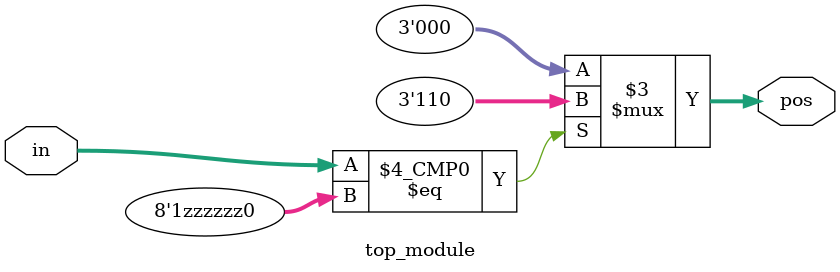
<source format=sv>
module top_module (
	input [7:0] in,
	output reg [2:0] pos
);

always @* begin
	case(in)
		8'b0zzzzzzz1: pos = 3'b000;
		8'bz1zzzzzz0: pos = 3'b110;
		default: pos = 3'b000;
	endcase
end

endmodule

</source>
